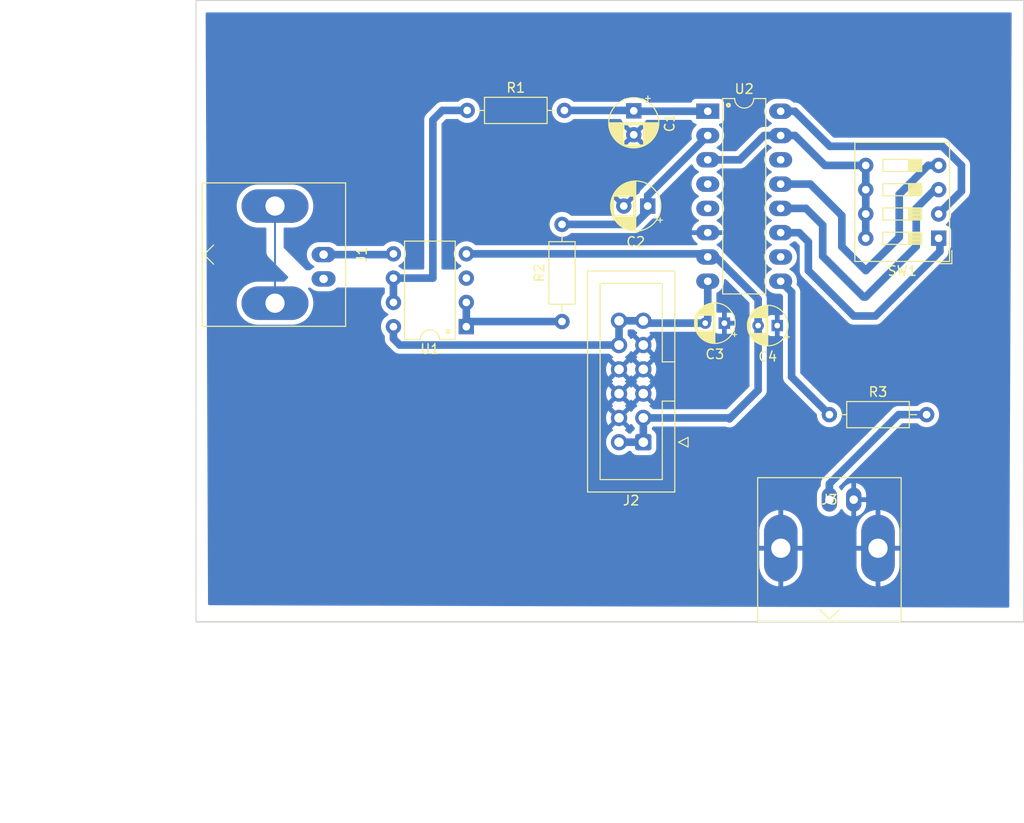
<source format=kicad_pcb>
(kicad_pcb (version 20221018) (generator pcbnew)
  (layers (0 "F.Cu" jumper) (31 "B.Cu" signal) (34 "B.Paste" user) (35 "F.Paste" user) (36 "B.SilkS" user "B.Silkscreen") (37 "F.SilkS" user "F.Silkscreen") (38 "B.Mask" user) (39 "F.Mask" user) (44 "Edge.Cuts" user))
  (net 0 "")
  (net 1 "Net-(U2--)")
  (net 2 "Earth")
  (net 3 "Net-(U2-+)")
  (net 4 "VCC")
  (net 5 "VDD")
  (net 6 "Net-(J1-In)")
  (net 7 "Net-(J1-Ext)")
  (net 8 "Net-(J3-In)")
  (net 9 "Net-(U1A--)")
  (net 10 "Net-(R3-Pad1)")
  (net 13 "Net-(U2-RG)")
  (net 14 "Net-(U2-G=500)")
  (net 15 "Net-(U2-G=100)")
  (net 16 "Net-(U2-G=10)")
  (net 17 "Net-(U2-G=200)")
  (footprint "Resistor_THT:R_Axial_DIN0207_L6.3mm_D2.5mm_P10.16mm_Horizontal" (layer "F.Cu") (at 101.84 52)
    (fp_text reference "R1" (at 5.08 -2.37) (layer "F.SilkS"))
    (fp_text value "R")
    (pad "1" thru_hole circle (at 0 0) (size 1.6 1.6) (drill 0.8) (layers "*.Cu" "*.Mask") (net 7 "Net-(J1-Ext)"))
    (pad "2" thru_hole oval (at 10.16 0) (size 1.6 1.6) (drill 0.8) (layers "*.Cu" "*.Mask") (net 1 "Net-(U2--)"))
  )
  (footprint "Connector_Coaxial:BNC_Amphenol_B6252HB-NPP3G-50_Horizontal" (layer "F.Cu") (at 139.7 92.71 180)
    (fp_text reference "J3" (at 0 0) (layer "F.SilkS"))
    (fp_text value "Conn_Coaxial")
    (pad "1" thru_hole oval (at 0 0 180) (size 1.6 2.5) (drill 0.89) (layers "*.Cu" "*.Mask") (net 8 "Net-(J3-In)"))
    (pad "2" thru_hole oval (at -5.08 -5.08 180) (size 3.5 7) (drill 2.01) (layers "*.Cu" "*.Mask") (net 2 "Earth"))
    (pad "2" thru_hole oval (at -2.54 0 180) (size 1.6 2.5) (drill 0.89) (layers "*.Cu" "*.Mask") (net 2 "Earth"))
    (pad "2" thru_hole oval (at 5.08 -5.08 180) (size 3.5 7) (drill 2.01) (layers "*.Cu" "*.Mask") (net 2 "Earth"))
  )
  (footprint "Connector_IDC:IDC-Header_2x06_P2.54mm_Vertical" (layer "F.Cu") (at 120.25 86.7 180)
    (fp_text reference "J2" (at 1.27 -6.1) (layer "F.SilkS"))
    (fp_text value "Conn_02x06_Counter_Clockwise" hide)
    (pad "1" thru_hole roundrect (at 0 0 180) (size 1.7 1.7) (drill 1) (layers "*.Cu" "*.Mask") (roundrect_rratio 0.1470588235) (net 5 "VDD"))
    (pad "2" thru_hole circle (at 2.54 0 180) (size 1.7 1.7) (drill 1) (layers "*.Cu" "*.Mask") (net 5 "VDD"))
    (pad "3" thru_hole circle (at 0 2.54 180) (size 1.7 1.7) (drill 1) (layers "*.Cu" "*.Mask") (net 5 "VDD"))
    (pad "4" thru_hole circle (at 2.54 2.54 180) (size 1.7 1.7) (drill 1) (layers "*.Cu" "*.Mask") (net 2 "Earth"))
    (pad "5" thru_hole circle (at 0 5.08 180) (size 1.7 1.7) (drill 1) (layers "*.Cu" "*.Mask") (net 2 "Earth"))
    (pad "6" thru_hole circle (at 2.54 5.08 180) (size 1.7 1.7) (drill 1) (layers "*.Cu" "*.Mask") (net 2 "Earth"))
    (pad "7" thru_hole circle (at 0 7.62 180) (size 1.7 1.7) (drill 1) (layers "*.Cu" "*.Mask") (net 2 "Earth"))
    (pad "8" thru_hole circle (at 2.54 7.62 180) (size 1.7 1.7) (drill 1) (layers "*.Cu" "*.Mask") (net 2 "Earth"))
    (pad "9" thru_hole circle (at 0 10.16 180) (size 1.7 1.7) (drill 1) (layers "*.Cu" "*.Mask") (net 2 "Earth"))
    (pad "10" thru_hole circle (at 2.54 10.16 180) (size 1.7 1.7) (drill 1) (layers "*.Cu" "*.Mask") (net 4 "VCC"))
    (pad "11" thru_hole circle (at 0 12.7 180) (size 1.7 1.7) (drill 1) (layers "*.Cu" "*.Mask") (net 4 "VCC"))
    (pad "12" thru_hole circle (at 2.54 12.7 180) (size 1.7 1.7) (drill 1) (layers "*.Cu" "*.Mask") (net 4 "VCC"))
  )
  (footprint "Capacitor_THT:CP_Radial_D4.0mm_P2.00mm" (layer "F.Cu") (at 128.7226 74.25 180)
    (fp_text reference "C3" (at 1 -3.25) (layer "F.SilkS"))
    (fp_text value "C")
    (pad "1" thru_hole rect (at 0 0 180) (size 1.2 1.2) (drill 0.6) (layers "*.Cu" "*.Mask") (net 2 "Earth"))
    (pad "2" thru_hole circle (at 2 0 180) (size 1.2 1.2) (drill 0.6) (layers "*.Cu" "*.Mask") (net 4 "VCC"))
  )
  (footprint "Capacitor_THT:CP_Radial_D5.0mm_P2.50mm" (layer "F.Cu") (at 119.25 52.0449 -90)
    (fp_text reference "C1" (at 1.25 -3.75 90) (layer "F.SilkS"))
    (fp_text value "C")
    (pad "1" thru_hole rect (at 0 0 270) (size 1.6 1.6) (drill 0.8) (layers "*.Cu" "*.Mask") (net 1 "Net-(U2--)"))
    (pad "2" thru_hole circle (at 2.5 0 270) (size 1.6 1.6) (drill 0.8) (layers "*.Cu" "*.Mask") (net 2 "Earth"))
  )
  (footprint "Resistor_THT:R_Axial_DIN0207_L6.3mm_D2.5mm_P10.16mm_Horizontal" (layer "F.Cu") (at 139.7 83.82)
    (fp_text reference "R3" (at 5.08 -2.37) (layer "F.SilkS"))
    (fp_text value "R")
    (pad "1" thru_hole circle (at 0 0) (size 1.6 1.6) (drill 0.8) (layers "*.Cu" "*.Mask") (net 10 "Net-(R3-Pad1)"))
    (pad "2" thru_hole oval (at 10.16 0) (size 1.6 1.6) (drill 0.8) (layers "*.Cu" "*.Mask") (net 8 "Net-(J3-In)"))
  )
  (footprint "Connector_Coaxial:BNC_Amphenol_B6252HB-NPP3G-50_Horizontal" (layer "F.Cu") (at 86.83 67.08 90)
    (fp_text reference "J1" (at 0 4 90) (layer "F.SilkS"))
    (fp_text value "Conn_Coaxial")
    (pad "1" thru_hole oval (at 0 0 90) (size 1.6 2.5) (drill 0.89) (layers "*.Cu" "*.Mask") (net 6 "Net-(J1-In)"))
    (pad "2" thru_hole oval (at -5.08 -5.08 90) (size 3.5 7) (drill 2.01) (layers "*.Cu" "*.Mask") (net 7 "Net-(J1-Ext)"))
    (pad "2" thru_hole oval (at -2.54 0 90) (size 1.6 2.5) (drill 0.89) (layers "*.Cu" "*.Mask") (net 7 "Net-(J1-Ext)"))
    (pad "2" thru_hole oval (at 5.08 -5.08 90) (size 3.5 7) (drill 2.01) (layers "*.Cu" "*.Mask") (net 7 "Net-(J1-Ext)"))
  )
  (footprint "Capacitor_THT:CP_Radial_D4.0mm_P2.00mm" (layer "F.Cu") (at 134.25 74.5 180)
    (fp_text reference "C4" (at 1 -3.25) (layer "F.SilkS"))
    (fp_text value "C")
    (pad "1" thru_hole rect (at 0 0 180) (size 1.2 1.2) (drill 0.6) (layers "*.Cu" "*.Mask") (net 2 "Earth"))
    (pad "2" thru_hole circle (at 2 0 180) (size 1.2 1.2) (drill 0.6) (layers "*.Cu" "*.Mask") (net 5 "VDD"))
  )
  (footprint "Package_DIP_AKL:DIP-16_W7.62mm_LongPads" (layer "F.Cu") (at 126.985 52.085)
    (fp_text reference "U2" (at 3.81 -2.33) (layer "F.SilkS"))
    (fp_text value "INA110KP" hide)
    (pad "1" thru_hole rect (at 0 0) (size 2.4 1.6) (drill 0.8) (layers "*.Cu" "*.Mask") (net 1 "Net-(U2--)"))
    (pad "2" thru_hole oval (at 0 2.54) (size 2.4 1.6) (drill 0.8) (layers "*.Cu" "*.Mask") (net 3 "Net-(U2-+)"))
    (pad "3" thru_hole oval (at 0 5.08) (size 2.4 1.6) (drill 0.8) (layers "*.Cu" "*.Mask") (net 13 "Net-(U2-RG)"))
    (pad "4" thru_hole oval (at 0 7.62) (size 2.4 1.6) (drill 0.8) (layers "*.Cu" "*.Mask"))
    (pad "5" thru_hole oval (at 0 10.16) (size 2.4 1.6) (drill 0.8) (layers "*.Cu" "*.Mask"))
    (pad "6" thru_hole oval (at 0 12.7) (size 2.4 1.6) (drill 0.8) (layers "*.Cu" "*.Mask") (net 2 "Earth"))
    (pad "7" thru_hole oval (at 0 15.24) (size 2.4 1.6) (drill 0.8) (layers "*.Cu" "*.Mask") (net 5 "VDD"))
    (pad "8" thru_hole oval (at 0 17.78) (size 2.4 1.6) (drill 0.8) (layers "*.Cu" "*.Mask") (net 4 "VCC"))
    (pad "9" thru_hole oval (at 7.62 17.78) (size 2.4 1.6) (drill 0.8) (layers "*.Cu" "*.Mask") (net 10 "Net-(R3-Pad1)"))
    (pad "10" thru_hole oval (at 7.62 15.24) (size 2.4 1.6) (drill 0.8) (layers "*.Cu" "*.Mask"))
    (pad "11" thru_hole oval (at 7.62 12.7) (size 2.4 1.6) (drill 0.8) (layers "*.Cu" "*.Mask") (net 14 "Net-(U2-G=500)"))
    (pad "12" thru_hole oval (at 7.62 10.16) (size 2.4 1.6) (drill 0.8) (layers "*.Cu" "*.Mask") (net 15 "Net-(U2-G=100)"))
    (pad "13" thru_hole oval (at 7.62 7.62) (size 2.4 1.6) (drill 0.8) (layers "*.Cu" "*.Mask") (net 16 "Net-(U2-G=10)"))
    (pad "14" thru_hole oval (at 7.62 5.08) (size 2.4 1.6) (drill 0.8) (layers "*.Cu" "*.Mask"))
    (pad "15" thru_hole oval (at 7.62 2.54) (size 2.4 1.6) (drill 0.8) (layers "*.Cu" "*.Mask") (net 13 "Net-(U2-RG)"))
    (pad "16" thru_hole oval (at 7.62 0) (size 2.4 1.6) (drill 0.8) (layers "*.Cu" "*.Mask") (net 17 "Net-(U2-G=200)"))
  )
  (footprint "Capacitor_THT:CP_Radial_D5.0mm_P2.50mm" (layer "F.Cu") (at 120.705113 62 180)
    (fp_text reference "C2" (at 1.25 -3.75) (layer "F.SilkS"))
    (fp_text value "C")
    (pad "1" thru_hole rect (at 0 0 180) (size 1.6 1.6) (drill 0.8) (layers "*.Cu" "*.Mask") (net 3 "Net-(U2-+)"))
    (pad "2" thru_hole circle (at 2.5 0 180) (size 1.6 1.6) (drill 0.8) (layers "*.Cu" "*.Mask") (net 2 "Earth"))
  )
  (footprint "Package_DIP_AKL:DIP-8_W7.62mm" (layer "F.Cu") (at 101.75 74.62 180)
    (fp_text reference "U1" (at 3.81 -2.33) (layer "F.SilkS"))
    (fp_text value "TL072" hide)
    (pad "1" thru_hole rect (at 0 0 180) (size 1.6 1.6) (drill 0.8) (layers "*.Cu" "*.Mask") (net 9 "Net-(U1A--)"))
    (pad "2" thru_hole oval (at 0 2.54 180) (size 1.6 1.6) (drill 0.8) (layers "*.Cu" "*.Mask") (net 9 "Net-(U1A--)"))
    (pad "3" thru_hole oval (at 0 5.08 180) (size 1.6 1.6) (drill 0.8) (layers "*.Cu" "*.Mask") (net 7 "Net-(J1-Ext)"))
    (pad "4" thru_hole oval (at 0 7.62 180) (size 1.6 1.6) (drill 0.8) (layers "*.Cu" "*.Mask") (net 5 "VDD"))
    (pad "5" thru_hole oval (at 7.62 7.62 180) (size 1.6 1.6) (drill 0.8) (layers "*.Cu" "*.Mask") (net 6 "Net-(J1-In)"))
    (pad "6" thru_hole oval (at 7.62 5.08 180) (size 1.6 1.6) (drill 0.8) (layers "*.Cu" "*.Mask") (net 7 "Net-(J1-Ext)"))
    (pad "7" thru_hole oval (at 7.62 2.54 180) (size 1.6 1.6) (drill 0.8) (layers "*.Cu" "*.Mask") (net 7 "Net-(J1-Ext)"))
    (pad "8" thru_hole oval (at 7.62 0 180) (size 1.6 1.6) (drill 0.8) (layers "*.Cu" "*.Mask") (net 4 "VCC"))
  )
  (footprint "Button_Switch_THT:SW_DIP_SPSTx04_Slide_9.78x12.34mm_W7.62mm_P2.54mm" (layer "F.Cu") (at 151.12 65.37 180)
    (fp_text reference "SW1" (at 3.81 -3.42) (layer "F.SilkS"))
    (fp_text value "SW_DIP_x04")
    (pad "1" thru_hole rect (at 0 0 180) (size 1.6 1.6) (drill 0.8) (layers "*.Cu" "*.Mask") (net 14 "Net-(U2-G=500)"))
    (pad "2" thru_hole oval (at 0 2.54 180) (size 1.6 1.6) (drill 0.8) (layers "*.Cu" "*.Mask") (net 17 "Net-(U2-G=200)"))
    (pad "3" thru_hole oval (at 0 5.08 180) (size 1.6 1.6) (drill 0.8) (layers "*.Cu" "*.Mask") (net 15 "Net-(U2-G=100)"))
    (pad "4" thru_hole oval (at 0 7.62 180) (size 1.6 1.6) (drill 0.8) (layers "*.Cu" "*.Mask") (net 16 "Net-(U2-G=10)"))
    (pad "5" thru_hole oval (at 7.62 7.62 180) (size 1.6 1.6) (drill 0.8) (layers "*.Cu" "*.Mask") (net 13 "Net-(U2-RG)"))
    (pad "6" thru_hole oval (at 7.62 5.08 180) (size 1.6 1.6) (drill 0.8) (layers "*.Cu" "*.Mask") (net 13 "Net-(U2-RG)"))
    (pad "7" thru_hole oval (at 7.62 2.54 180) (size 1.6 1.6) (drill 0.8) (layers "*.Cu" "*.Mask") (net 13 "Net-(U2-RG)"))
    (pad "8" thru_hole oval (at 7.62 0 180) (size 1.6 1.6) (drill 0.8) (layers "*.Cu" "*.Mask") (net 13 "Net-(U2-RG)"))
  )
  (footprint "Resistor_THT:R_Axial_DIN0207_L6.3mm_D2.5mm_P10.16mm_Horizontal" (layer "F.Cu") (at 111.75 74.08 90)
    (fp_text reference "R2" (at 5.08 -2.37 90) (layer "F.SilkS"))
    (fp_text value "R")
    (pad "1" thru_hole circle (at 0 0 90) (size 1.6 1.6) (drill 0.8) (layers "*.Cu" "*.Mask") (net 9 "Net-(U1A--)"))
    (pad "2" thru_hole oval (at 10.16 0 90) (size 1.6 1.6) (drill 0.8) (layers "*.Cu" "*.Mask") (net 3 "Net-(U2-+)"))
  )
  (gr_rect (start 73.5 105.4746) (end 160 105.5) (stroke (width 0.1)) (fill none) (layer "Edge.Cuts"))
  (gr_rect (start 73.5 40.5) (end 160 105.5) (stroke (width 0.1)) (fill none) (layer "Edge.Cuts"))
  (segment (start 112 52) (end 119.2051 52) (width 0.8) (layer "B.Cu") (net 1))
  (segment (start 119.2051 52) (end 119.25 52.0449) (width 0.8) (layer "B.Cu") (net 1))
  (segment (start 119.2901 52.085) (end 119.25 52.0449) (width 0.8) (layer "B.Cu") (net 1))
  (segment (start 126.985 52.085) (end 119.2901 52.085) (width 0.8) (layer "B.Cu") (net 1))
  (segment (start 126.985 54.625) (end 120.705113 60.904887) (width 0.8) (layer "B.Cu") (net 3))
  (segment (start 119.33 63.92) (end 120.705113 62.544887) (width 0.8) (layer "B.Cu") (net 3))
  (segment (start 120.705113 62.544887) (end 120.705113 62) (width 0.8) (layer "B.Cu") (net 3))
  (segment (start 111.75 63.92) (end 119.33 63.92) (width 0.8) (layer "B.Cu") (net 3))
  (segment (start 120.705113 60.904887) (end 120.705113 62) (width 0.8) (layer "B.Cu") (net 3))
  (segment (start 117.71 76.54) (end 117.71 74) (width 0.8) (layer "B.Cu") (net 4))
  (segment (start 126.985 69.865) (end 126.985 73.9876) (width 0.8) (layer "B.Cu") (net 4))
  (segment (start 117.71 76.54) (end 94.79 76.54) (width 0.8) (layer "B.Cu") (net 4))
  (segment (start 94.79 76.54) (end 94.13 75.88) (width 0.8) (layer "B.Cu") (net 4))
  (segment (start 120.5 74.25) (end 120.25 74) (width 0.8) (layer "B.Cu") (net 4))
  (segment (start 126.7226 74.25) (end 120.5 74.25) (width 0.8) (layer "B.Cu") (net 4))
  (segment (start 117.71 74) (end 120.25 74) (width 0.8) (layer "B.Cu") (net 4))
  (segment (start 126.985 73.9876) (end 126.7226 74.25) (width 0.8) (layer "B.Cu") (net 4))
  (segment (start 94.13 75.88) (end 94.13 74.62) (width 0.8) (layer "B.Cu") (net 4))
  (segment (start 129.25 84.25) (end 129.16 84.16) (width 0.8) (layer "B.Cu") (net 5))
  (segment (start 132.25 81.25) (end 129.25 84.25) (width 0.8) (layer "B.Cu") (net 5))
  (segment (start 127.825 67.325) (end 132.25 71.75) (width 0.8) (layer "B.Cu") (net 5))
  (segment (start 126.66 67) (end 101.75 67) (width 0.8) (layer "B.Cu") (net 5))
  (segment (start 120.25 84.16) (end 120.25 86.7) (width 0.8) (layer "B.Cu") (net 5))
  (segment (start 129.16 84.16) (end 120.25 84.16) (width 0.8) (layer "B.Cu") (net 5))
  (segment (start 120.25 86.7) (end 117.71 86.7) (width 0.8) (layer "B.Cu") (net 5))
  (segment (start 132.25 74.5) (end 132.25 81.25) (width 0.8) (layer "B.Cu") (net 5))
  (segment (start 126.985 67.325) (end 127.825 67.325) (width 0.8) (layer "B.Cu") (net 5))
  (segment (start 132.25 71.75) (end 132.25 74.5) (width 0.8) (layer "B.Cu") (net 5))
  (segment (start 126.985 67.325) (end 126.66 67) (width 0.8) (layer "B.Cu") (net 5))
  (segment (start 94.05 67.08) (end 94.13 67) (width 0.8) (layer "B.Cu") (net 6))
  (segment (start 86.83 67.08) (end 94.05 67.08) (width 0.8) (layer "B.Cu") (net 6))
  (segment (start 99.25 52) (end 98.25 53) (width 0.8) (layer "B.Cu") (net 7))
  (segment (start 101.84 52) (end 99.25 52) (width 0.8) (layer "B.Cu") (net 7))
  (segment (start 101.75 69.54) (end 101.04 69.54) (width 0.2) (layer "B.Cu") (net 7))
  (segment (start 94.13 69.54) (end 98.25 69.54) (width 0.8) (layer "B.Cu") (net 7))
  (segment (start 98.25 53) (end 98.25 69.54) (width 0.8) (layer "B.Cu") (net 7))
  (segment (start 94.13 72.08) (end 94.13 69.54) (width 0.8) (layer "B.Cu") (net 7))
  (segment (start 81.75 62) (end 81.75 72.16) (width 0.2) (layer "B.Cu") (net 7))
  (segment (start 94.05 69.62) (end 94.13 69.54) (width 0.8) (layer "B.Cu") (net 7))
  (segment (start 146.93 83.82) (end 149.86 83.82) (width 0.8) (layer "B.Cu") (net 8))
  (segment (start 139.7 91.05) (end 146.93 83.82) (width 0.8) (layer "B.Cu") (net 8))
  (segment (start 139.7 92.71) (end 139.7 91.05) (width 0.8) (layer "B.Cu") (net 8))
  (segment (start 101.75 74.08) (end 111.75 74.08) (width 0.8) (layer "B.Cu") (net 9))
  (segment (start 101.75 74.08) (end 101.75 74.62) (width 0.8) (layer "B.Cu") (net 9))
  (segment (start 101.75 72.08) (end 101.75 74.08) (width 0.8) (layer "B.Cu") (net 9))
  (segment (start 135.75 71.01) (end 134.605 69.865) (width 0.8) (layer "B.Cu") (net 10))
  (segment (start 135.75 79.87) (end 135.75 71.01) (width 0.8) (layer "B.Cu") (net 10))
  (segment (start 139.7 83.82) (end 135.75 79.87) (width 0.8) (layer "B.Cu") (net 10))
  (segment (start 134.605 54.625) (end 132.875 54.625) (width 0.8) (layer "B.Cu") (net 13))
  (segment (start 132.875 54.625) (end 130.335 57.165) (width 0.8) (layer "B.Cu") (net 13))
  (segment (start 143.5 65.37) (end 143.5 62.83) (width 0.8) (layer "B.Cu") (net 13))
  (segment (start 143.5 62.83) (end 143.5 60.29) (width 0.8) (layer "B.Cu") (net 13))
  (segment (start 134.605 54.625) (end 136.1069 54.625) (width 0.8) (layer "B.Cu") (net 13))
  (segment (start 130.335 57.165) (end 126.985 57.165) (width 0.8) (layer "B.Cu") (net 13))
  (segment (start 139.2319 57.75) (end 136.1069 54.625) (width 0.8) (layer "B.Cu") (net 13))
  (segment (start 143.5 57.75) (end 139.2319 57.75) (width 0.8) (layer "B.Cu") (net 13))
  (segment (start 143.5 60.29) (end 143.5 57.75) (width 0.8) (layer "B.Cu") (net 13))
  (segment (start 151.12 65.37) (end 151.25 65.5) (width 0.8) (layer "B.Cu") (net 14))
  (segment (start 151.25 65.5) (end 151.25 66.75) (width 0.8) (layer "B.Cu") (net 14))
  (segment (start 144.5 73.5) (end 142.25 73.5) (width 0.8) (layer "B.Cu") (net 14))
  (segment (start 137.5 68.75) (end 137.5 65.75) (width 0.8) (layer "B.Cu") (net 14))
  (segment (start 136.535 64.785) (end 134.605 64.785) (width 0.8) (layer "B.Cu") (net 14))
  (segment (start 151.25 66.75) (end 144.5 73.5) (width 0.8) (layer "B.Cu") (net 14))
  (segment (start 142.25 73.5) (end 137.5 68.75) (width 0.8) (layer "B.Cu") (net 14))
  (segment (start 137.5 65.75) (end 136.535 64.785) (width 0.8) (layer "B.Cu") (net 14))
  (segment (start 137.245 62.245) (end 134.605 62.245) (width 0.8) (layer "B.Cu") (net 15))
  (segment (start 148.7769 66.2231) (end 143.5 71.5) (width 0.8) (layer "B.Cu") (net 15))
  (segment (start 143.5 71.5) (end 143.25 71.5) (width 0.8) (layer "B.Cu") (net 15))
  (segment (start 139 64) (end 137.245 62.245) (width 0.8) (layer "B.Cu") (net 15))
  (segment (start 150.71 60.29) (end 148.7769 62.2231) (width 0.8) (layer "B.Cu") (net 15))
  (segment (start 139 67.25) (end 139 64) (width 0.8) (layer "B.Cu") (net 15))
  (segment (start 143.25 71.5) (end 139 67.25) (width 0.8) (layer "B.Cu") (net 15))
  (segment (start 148.7769 62.2231) (end 148.7769 66.2231) (width 0.8) (layer "B.Cu") (net 15))
  (segment (start 151.12 60.29) (end 150.71 60.29) (width 0.8) (layer "B.Cu") (net 15))
  (segment (start 143.5 68.75) (end 141 66.25) (width 0.8) (layer "B.Cu") (net 16))
  (segment (start 150.0181 57.75) (end 147 60.7681) (width 0.8) (layer "B.Cu") (net 16))
  (segment (start 137.705 59.705) (end 134.605 59.705) (width 0.8) (layer "B.Cu") (net 16))
  (segment (start 147 60.7681) (end 147 65.25) (width 0.8) (layer "B.Cu") (net 16))
  (segment (start 141 66.25) (end 141 63) (width 0.8) (layer "B.Cu") (net 16))
  (segment (start 151.12 57.75) (end 150.0181 57.75) (width 0.8) (layer "B.Cu") (net 16))
  (segment (start 141 63) (end 137.705 59.705) (width 0.8) (layer "B.Cu") (net 16))
  (segment (start 147 65.25) (end 143.5 68.75) (width 0.8) (layer "B.Cu") (net 16))
  (segment (start 134.94 51.75) (end 134.605 52.085) (width 0.8) (layer "B.Cu") (net 17))
  (segment (start 139.75 55.75) (end 136.085 52.085) (width 0.8) (layer "B.Cu") (net 17))
  (segment (start 153.5 57.75) (end 151.5 55.75) (width 0.8) (layer "B.Cu") (net 17))
  (segment (start 136.085 52.085) (end 134.605 52.085) (width 0.8) (layer "B.Cu") (net 17))
  (segment (start 151.12 62.83) (end 153.5 60.45) (width 0.8) (layer "B.Cu") (net 17))
  (segment (start 151.5 55.75) (end 139.75 55.75) (width 0.8) (layer "B.Cu") (net 17))
  (segment (start 153.5 60.45) (end 153.5 57.75) (width 0.8) (layer "B.Cu") (net 17))
  (zone (net 2) (net_name "Earth") (layer "B.Cu") (connect_pads (clearance 0.5)) (min_thickness 0.25) (fill yes (thermal_gap 0.5) (thermal_bridge_width 0.5))
    (polygon (pts (xy 74.5 41.75) (xy 158.75 41.75) (xy 158.5 104) (xy 74.75 103.75)))
  )
)
</source>
